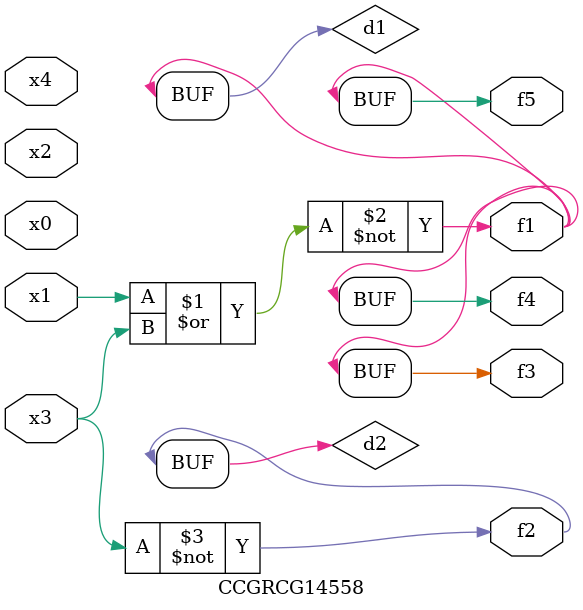
<source format=v>
module CCGRCG14558(
	input x0, x1, x2, x3, x4,
	output f1, f2, f3, f4, f5
);

	wire d1, d2;

	nor (d1, x1, x3);
	not (d2, x3);
	assign f1 = d1;
	assign f2 = d2;
	assign f3 = d1;
	assign f4 = d1;
	assign f5 = d1;
endmodule

</source>
